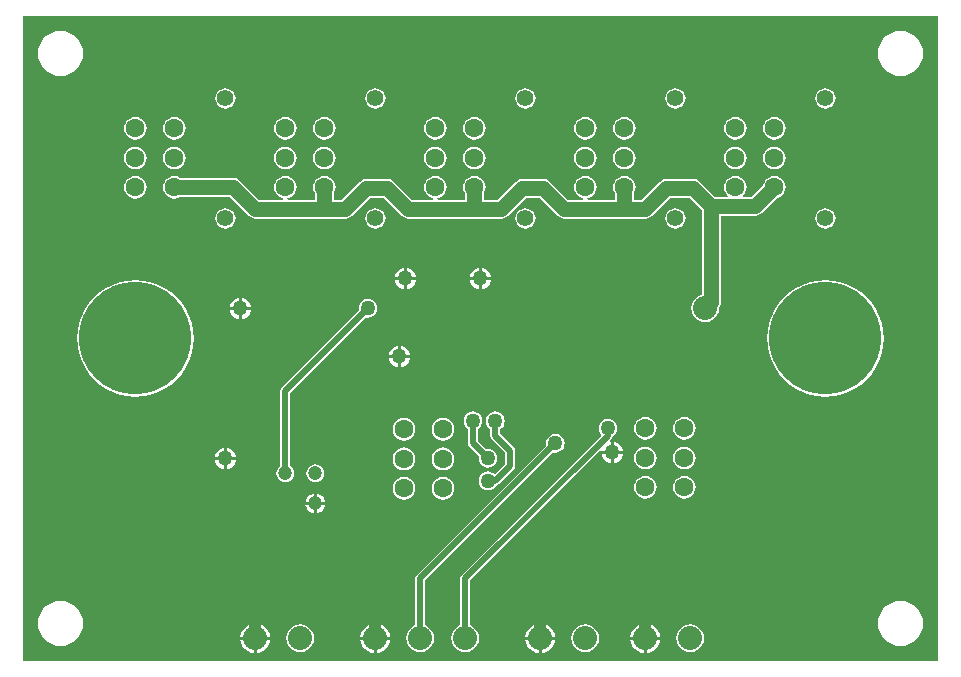
<source format=gbl>
%FSLAX25Y25*%
%MOIN*%
G70*
G01*
G75*
G04 Layer_Physical_Order=2*
G04 Layer_Color=16711680*
%ADD10O,0.06102X0.02362*%
%ADD11R,0.06102X0.02362*%
%ADD12R,0.09843X0.05906*%
%ADD13R,0.27559X0.27559*%
%ADD14R,0.05118X0.02756*%
%ADD15R,0.10630X0.06299*%
%ADD16R,0.02756X0.05118*%
%ADD17C,0.02000*%
%ADD18C,0.05000*%
%ADD19C,0.03000*%
%ADD20C,0.37500*%
%ADD21C,0.08000*%
%ADD22C,0.06299*%
%ADD23C,0.04724*%
%ADD24C,0.05512*%
%ADD25C,0.05000*%
%ADD26R,0.04000X0.08000*%
%ADD27R,0.40000X0.40000*%
G36*
X857500Y142500D02*
X552500D01*
Y357500D01*
X857500D01*
Y142500D01*
D02*
G37*
%LPC*%
G36*
X772992Y204097D02*
X772013Y203968D01*
X771101Y203590D01*
X770318Y202989D01*
X769717Y202206D01*
X769339Y201294D01*
X769210Y200315D01*
X769339Y199336D01*
X769717Y198424D01*
X770318Y197641D01*
X771101Y197040D01*
X772013Y196662D01*
X772992Y196533D01*
X773971Y196662D01*
X774883Y197040D01*
X775666Y197641D01*
X776267Y198424D01*
X776645Y199336D01*
X776774Y200315D01*
X776645Y201294D01*
X776267Y202206D01*
X775666Y202989D01*
X774883Y203590D01*
X773971Y203968D01*
X772992Y204097D01*
D02*
G37*
G36*
X760000D02*
X759021Y203968D01*
X758109Y203590D01*
X757326Y202989D01*
X756725Y202206D01*
X756347Y201294D01*
X756218Y200315D01*
X756347Y199336D01*
X756725Y198424D01*
X757326Y197641D01*
X758109Y197040D01*
X759021Y196662D01*
X760000Y196533D01*
X760979Y196662D01*
X761891Y197040D01*
X762674Y197641D01*
X763275Y198424D01*
X763653Y199336D01*
X763782Y200315D01*
X763653Y201294D01*
X763275Y202206D01*
X762674Y202989D01*
X761891Y203590D01*
X760979Y203968D01*
X760000Y204097D01*
D02*
G37*
G36*
X692500Y203782D02*
X691521Y203653D01*
X690609Y203275D01*
X689826Y202674D01*
X689225Y201891D01*
X688847Y200979D01*
X688718Y200000D01*
X688847Y199021D01*
X689225Y198109D01*
X689826Y197326D01*
X690609Y196725D01*
X691521Y196347D01*
X692500Y196218D01*
X693479Y196347D01*
X694391Y196725D01*
X695174Y197326D01*
X695775Y198109D01*
X696153Y199021D01*
X696282Y200000D01*
X696153Y200979D01*
X695775Y201891D01*
X695174Y202674D01*
X694391Y203275D01*
X693479Y203653D01*
X692500Y203782D01*
D02*
G37*
G36*
X679508Y213625D02*
X678529Y213496D01*
X677617Y213118D01*
X676834Y212517D01*
X676232Y211734D01*
X675855Y210821D01*
X675726Y209843D01*
X675855Y208864D01*
X676232Y207952D01*
X676834Y207168D01*
X677617Y206567D01*
X678529Y206189D01*
X679508Y206061D01*
X680487Y206189D01*
X681399Y206567D01*
X682182Y207168D01*
X682783Y207952D01*
X683161Y208864D01*
X683290Y209843D01*
X683161Y210821D01*
X682783Y211734D01*
X682182Y212517D01*
X681399Y213118D01*
X680487Y213496D01*
X679508Y213625D01*
D02*
G37*
G36*
X710000Y225627D02*
X709191Y225520D01*
X708437Y225208D01*
X707789Y224711D01*
X707292Y224063D01*
X706980Y223309D01*
X706873Y222500D01*
X706980Y221691D01*
X707292Y220937D01*
X707789Y220289D01*
X708369Y219844D01*
Y217500D01*
X708493Y216876D01*
X708847Y216347D01*
X713369Y211824D01*
Y208176D01*
X709892Y204699D01*
X709711Y204711D01*
X709063Y205208D01*
X708309Y205520D01*
X707500Y205627D01*
X706691Y205520D01*
X705937Y205208D01*
X705289Y204711D01*
X704792Y204063D01*
X704480Y203309D01*
X704373Y202500D01*
X704480Y201691D01*
X704792Y200937D01*
X705289Y200289D01*
X705937Y199792D01*
X706691Y199480D01*
X707500Y199373D01*
X708309Y199480D01*
X709063Y199792D01*
X709711Y200289D01*
X710184Y200905D01*
X710624Y200993D01*
X711154Y201346D01*
X716153Y206347D01*
X716507Y206876D01*
X716631Y207500D01*
X716631Y207500D01*
X716631Y207500D01*
Y207500D01*
Y212500D01*
X716507Y213124D01*
X716153Y213653D01*
X711631Y218176D01*
Y219844D01*
X712211Y220289D01*
X712708Y220937D01*
X713020Y221691D01*
X713127Y222500D01*
X713020Y223309D01*
X712708Y224063D01*
X712211Y224711D01*
X711563Y225208D01*
X710809Y225520D01*
X710000Y225627D01*
D02*
G37*
G36*
X650000Y207988D02*
X649227Y207886D01*
X648506Y207588D01*
X647887Y207113D01*
X647412Y206494D01*
X647114Y205773D01*
X647012Y205000D01*
X647114Y204227D01*
X647412Y203506D01*
X647887Y202887D01*
X648506Y202413D01*
X649227Y202114D01*
X650000Y202012D01*
X650773Y202114D01*
X651494Y202413D01*
X652113Y202887D01*
X652588Y203506D01*
X652886Y204227D01*
X652988Y205000D01*
X652886Y205773D01*
X652588Y206494D01*
X652113Y207113D01*
X651494Y207588D01*
X650773Y207886D01*
X650000Y207988D01*
D02*
G37*
G36*
X679508Y203782D02*
X678529Y203653D01*
X677617Y203275D01*
X676834Y202674D01*
X676232Y201891D01*
X675855Y200979D01*
X675726Y200000D01*
X675855Y199021D01*
X676232Y198109D01*
X676834Y197326D01*
X677617Y196725D01*
X678529Y196347D01*
X679508Y196218D01*
X680487Y196347D01*
X681399Y196725D01*
X682182Y197326D01*
X682783Y198109D01*
X683161Y199021D01*
X683290Y200000D01*
X683161Y200979D01*
X682783Y201891D01*
X682182Y202674D01*
X681399Y203275D01*
X680487Y203653D01*
X679508Y203782D01*
D02*
G37*
G36*
X649600Y194600D02*
X646661D01*
X646724Y194122D01*
X647063Y193304D01*
X647602Y192602D01*
X648304Y192063D01*
X649122Y191724D01*
X649600Y191661D01*
Y194600D01*
D02*
G37*
G36*
X820400Y209766D02*
Y190400D01*
X839766D01*
X839623Y192583D01*
X839118Y195123D01*
X838286Y197574D01*
X837141Y199896D01*
X835702Y202049D01*
X833995Y203995D01*
X832049Y205702D01*
X829896Y207141D01*
X827574Y208286D01*
X825123Y209118D01*
X822583Y209623D01*
X820400Y209766D01*
D02*
G37*
G36*
X819600D02*
X817417Y209623D01*
X814877Y209118D01*
X812426Y208286D01*
X810104Y207141D01*
X807951Y205702D01*
X806005Y203995D01*
X804298Y202049D01*
X802859Y199896D01*
X801714Y197574D01*
X800882Y195123D01*
X800377Y192583D01*
X800234Y190400D01*
X819600D01*
Y209766D01*
D02*
G37*
G36*
X650400Y198339D02*
Y195400D01*
X653339D01*
X653276Y195878D01*
X652937Y196696D01*
X652398Y197398D01*
X651696Y197937D01*
X650878Y198276D01*
X650400Y198339D01*
D02*
G37*
G36*
X649600D02*
X649122Y198276D01*
X648304Y197937D01*
X647602Y197398D01*
X647063Y196696D01*
X646724Y195878D01*
X646661Y195400D01*
X649600D01*
Y198339D01*
D02*
G37*
G36*
X653339Y194600D02*
X650400D01*
Y191661D01*
X650878Y191724D01*
X651696Y192063D01*
X652398Y192602D01*
X652937Y193304D01*
X653276Y194122D01*
X653339Y194600D01*
D02*
G37*
G36*
X692500Y213625D02*
X691521Y213496D01*
X690609Y213118D01*
X689826Y212517D01*
X689225Y211734D01*
X688847Y210821D01*
X688718Y209843D01*
X688847Y208864D01*
X689225Y207952D01*
X689826Y207168D01*
X690609Y206567D01*
X691521Y206189D01*
X692500Y206061D01*
X693479Y206189D01*
X694391Y206567D01*
X695174Y207168D01*
X695775Y207952D01*
X696153Y208864D01*
X696282Y209843D01*
X696153Y210821D01*
X695775Y211734D01*
X695174Y212517D01*
X694391Y213118D01*
X693479Y213496D01*
X692500Y213625D01*
D02*
G37*
G36*
X730000Y218127D02*
X729191Y218020D01*
X728437Y217708D01*
X727789Y217211D01*
X727292Y216563D01*
X726980Y215809D01*
X726873Y215000D01*
X726969Y214276D01*
X683847Y171153D01*
X683493Y170624D01*
X683369Y170000D01*
Y154303D01*
X682680Y154018D01*
X681719Y153281D01*
X680982Y152320D01*
X680518Y151201D01*
X680360Y150000D01*
X680518Y148799D01*
X680982Y147680D01*
X681719Y146719D01*
X682680Y145982D01*
X683799Y145518D01*
X685000Y145360D01*
X686201Y145518D01*
X687320Y145982D01*
X688281Y146719D01*
X689018Y147680D01*
X689482Y148799D01*
X689640Y150000D01*
X689482Y151201D01*
X689018Y152320D01*
X688281Y153281D01*
X687320Y154018D01*
X686631Y154303D01*
Y169324D01*
X729276Y211969D01*
X730000Y211873D01*
X730809Y211980D01*
X731563Y212292D01*
X732211Y212789D01*
X732708Y213437D01*
X733020Y214191D01*
X733127Y215000D01*
X733020Y215809D01*
X732708Y216563D01*
X732211Y217211D01*
X731563Y217708D01*
X730809Y218020D01*
X730000Y218127D01*
D02*
G37*
G36*
X620400Y213477D02*
Y210400D01*
X623478D01*
X623410Y210914D01*
X623057Y211765D01*
X622496Y212496D01*
X621765Y213057D01*
X620914Y213410D01*
X620400Y213477D01*
D02*
G37*
G36*
X619600D02*
X619086Y213410D01*
X618235Y213057D01*
X617504Y212496D01*
X616943Y211765D01*
X616590Y210914D01*
X616523Y210400D01*
X619600D01*
Y213477D01*
D02*
G37*
G36*
X679508Y223467D02*
X678529Y223338D01*
X677617Y222960D01*
X676834Y222359D01*
X676232Y221576D01*
X675855Y220664D01*
X675726Y219685D01*
X675855Y218706D01*
X676232Y217794D01*
X676834Y217011D01*
X677617Y216410D01*
X678529Y216032D01*
X679508Y215903D01*
X680487Y216032D01*
X681399Y216410D01*
X682182Y217011D01*
X682783Y217794D01*
X683161Y218706D01*
X683290Y219685D01*
X683161Y220664D01*
X682783Y221576D01*
X682182Y222359D01*
X681399Y222960D01*
X680487Y223338D01*
X679508Y223467D01*
D02*
G37*
G36*
X749400Y215477D02*
Y212400D01*
X752478D01*
X752410Y212914D01*
X752057Y213765D01*
X751496Y214496D01*
X750765Y215057D01*
X749914Y215410D01*
X749400Y215477D01*
D02*
G37*
G36*
X747500Y223127D02*
X746691Y223020D01*
X745937Y222708D01*
X745289Y222211D01*
X744792Y221563D01*
X744480Y220809D01*
X744373Y220000D01*
X744480Y219191D01*
X744792Y218437D01*
X745289Y217789D01*
X745301Y217608D01*
X698846Y171153D01*
X698493Y170624D01*
X698369Y170000D01*
Y154303D01*
X697680Y154018D01*
X696719Y153281D01*
X695982Y152320D01*
X695518Y151201D01*
X695360Y150000D01*
X695518Y148799D01*
X695982Y147680D01*
X696719Y146719D01*
X697680Y145982D01*
X698799Y145518D01*
X700000Y145360D01*
X701201Y145518D01*
X702320Y145982D01*
X703281Y146719D01*
X704018Y147680D01*
X704482Y148799D01*
X704640Y150000D01*
X704482Y151201D01*
X704018Y152320D01*
X703281Y153281D01*
X702320Y154018D01*
X701631Y154303D01*
Y169324D01*
X745096Y212789D01*
X745545Y212568D01*
X745522Y212400D01*
X748600D01*
Y215477D01*
X748432Y215455D01*
X748211Y215904D01*
X748654Y216347D01*
X749007Y216876D01*
X749095Y217316D01*
X749711Y217789D01*
X750208Y218437D01*
X750520Y219191D01*
X750627Y220000D01*
X750520Y220809D01*
X750208Y221563D01*
X749711Y222211D01*
X749063Y222708D01*
X748309Y223020D01*
X747500Y223127D01*
D02*
G37*
G36*
X752478Y211600D02*
X749400D01*
Y208523D01*
X749914Y208590D01*
X750765Y208943D01*
X751496Y209504D01*
X752057Y210235D01*
X752410Y211086D01*
X752478Y211600D01*
D02*
G37*
G36*
X619600Y209600D02*
X616523D01*
X616590Y209086D01*
X616943Y208235D01*
X617504Y207504D01*
X618235Y206943D01*
X619086Y206590D01*
X619600Y206522D01*
Y209600D01*
D02*
G37*
G36*
X772992Y213939D02*
X772013Y213810D01*
X771101Y213433D01*
X770318Y212832D01*
X769717Y212048D01*
X769339Y211136D01*
X769210Y210157D01*
X769339Y209179D01*
X769717Y208266D01*
X770318Y207483D01*
X771101Y206882D01*
X772013Y206504D01*
X772992Y206375D01*
X773971Y206504D01*
X774883Y206882D01*
X775666Y207483D01*
X776267Y208266D01*
X776645Y209179D01*
X776774Y210157D01*
X776645Y211136D01*
X776267Y212048D01*
X775666Y212832D01*
X774883Y213433D01*
X773971Y213810D01*
X772992Y213939D01*
D02*
G37*
G36*
X760000D02*
X759021Y213810D01*
X758109Y213433D01*
X757326Y212832D01*
X756725Y212048D01*
X756347Y211136D01*
X756218Y210157D01*
X756347Y209179D01*
X756725Y208266D01*
X757326Y207483D01*
X758109Y206882D01*
X759021Y206504D01*
X760000Y206375D01*
X760979Y206504D01*
X761891Y206882D01*
X762674Y207483D01*
X763275Y208266D01*
X763653Y209179D01*
X763782Y210157D01*
X763653Y211136D01*
X763275Y212048D01*
X762674Y212832D01*
X761891Y213433D01*
X760979Y213810D01*
X760000Y213939D01*
D02*
G37*
G36*
X748600Y211600D02*
X745522D01*
X745590Y211086D01*
X745943Y210235D01*
X746504Y209504D01*
X747235Y208943D01*
X748086Y208590D01*
X748600Y208523D01*
Y211600D01*
D02*
G37*
G36*
X702500Y225627D02*
X701691Y225520D01*
X700937Y225208D01*
X700289Y224711D01*
X699792Y224063D01*
X699480Y223309D01*
X699373Y222500D01*
X699480Y221691D01*
X699792Y220937D01*
X700289Y220289D01*
X700869Y219844D01*
Y215000D01*
X700993Y214376D01*
X701346Y213846D01*
X704469Y210724D01*
X704373Y210000D01*
X704480Y209191D01*
X704792Y208437D01*
X705289Y207789D01*
X705937Y207292D01*
X706691Y206980D01*
X707500Y206873D01*
X708309Y206980D01*
X709063Y207292D01*
X709711Y207789D01*
X710208Y208437D01*
X710520Y209191D01*
X710627Y210000D01*
X710520Y210809D01*
X710208Y211563D01*
X709711Y212211D01*
X709063Y212708D01*
X708309Y213020D01*
X707500Y213127D01*
X706776Y213031D01*
X704131Y215676D01*
Y219844D01*
X704711Y220289D01*
X705208Y220937D01*
X705520Y221691D01*
X705627Y222500D01*
X705520Y223309D01*
X705208Y224063D01*
X704711Y224711D01*
X704063Y225208D01*
X703309Y225520D01*
X702500Y225627D01*
D02*
G37*
G36*
X623478Y209600D02*
X620400D01*
Y206522D01*
X620914Y206590D01*
X621765Y206943D01*
X622496Y207504D01*
X623057Y208235D01*
X623410Y209086D01*
X623478Y209600D01*
D02*
G37*
G36*
X740000Y154640D02*
X738799Y154482D01*
X737680Y154018D01*
X736719Y153281D01*
X735982Y152320D01*
X735518Y151201D01*
X735360Y150000D01*
X735518Y148799D01*
X735982Y147680D01*
X736719Y146719D01*
X737680Y145982D01*
X738799Y145518D01*
X740000Y145360D01*
X741201Y145518D01*
X742320Y145982D01*
X743281Y146719D01*
X744018Y147680D01*
X744482Y148799D01*
X744640Y150000D01*
X744482Y151201D01*
X744018Y152320D01*
X743281Y153281D01*
X742320Y154018D01*
X741201Y154482D01*
X740000Y154640D01*
D02*
G37*
G36*
X645000D02*
X643799Y154482D01*
X642680Y154018D01*
X641719Y153281D01*
X640982Y152320D01*
X640518Y151201D01*
X640360Y150000D01*
X640518Y148799D01*
X640982Y147680D01*
X641719Y146719D01*
X642680Y145982D01*
X643799Y145518D01*
X645000Y145360D01*
X646201Y145518D01*
X647320Y145982D01*
X648281Y146719D01*
X649018Y147680D01*
X649482Y148799D01*
X649640Y150000D01*
X649482Y151201D01*
X649018Y152320D01*
X648281Y153281D01*
X647320Y154018D01*
X646201Y154482D01*
X645000Y154640D01*
D02*
G37*
G36*
X764991Y149600D02*
X760400D01*
Y145010D01*
X761305Y145129D01*
X762522Y145633D01*
X763566Y146434D01*
X764367Y147478D01*
X764871Y148695D01*
X764991Y149600D01*
D02*
G37*
G36*
X845000Y162526D02*
X843532Y162381D01*
X842120Y161953D01*
X840819Y161258D01*
X839678Y160322D01*
X838742Y159181D01*
X838047Y157880D01*
X837619Y156468D01*
X837474Y155000D01*
X837619Y153532D01*
X838047Y152120D01*
X838742Y150819D01*
X839678Y149678D01*
X840819Y148742D01*
X842120Y148047D01*
X843532Y147619D01*
X845000Y147474D01*
X846468Y147619D01*
X847880Y148047D01*
X849181Y148742D01*
X850322Y149678D01*
X851258Y150819D01*
X851953Y152120D01*
X852381Y153532D01*
X852526Y155000D01*
X852381Y156468D01*
X851953Y157880D01*
X851258Y159181D01*
X850322Y160322D01*
X849181Y161258D01*
X847880Y161953D01*
X846468Y162381D01*
X845000Y162526D01*
D02*
G37*
G36*
X565000D02*
X563532Y162381D01*
X562120Y161953D01*
X560819Y161258D01*
X559678Y160322D01*
X558742Y159181D01*
X558047Y157880D01*
X557619Y156468D01*
X557474Y155000D01*
X557619Y153532D01*
X558047Y152120D01*
X558742Y150819D01*
X559678Y149678D01*
X560819Y148742D01*
X562120Y148047D01*
X563532Y147619D01*
X565000Y147474D01*
X566468Y147619D01*
X567880Y148047D01*
X569181Y148742D01*
X570322Y149678D01*
X571258Y150819D01*
X571953Y152120D01*
X572381Y153532D01*
X572526Y155000D01*
X572381Y156468D01*
X571953Y157880D01*
X571258Y159181D01*
X570322Y160322D01*
X569181Y161258D01*
X567880Y161953D01*
X566468Y162381D01*
X565000Y162526D01*
D02*
G37*
G36*
X775000Y154640D02*
X773799Y154482D01*
X772680Y154018D01*
X771719Y153281D01*
X770982Y152320D01*
X770518Y151201D01*
X770360Y150000D01*
X770518Y148799D01*
X770982Y147680D01*
X771719Y146719D01*
X772680Y145982D01*
X773799Y145518D01*
X775000Y145360D01*
X776201Y145518D01*
X777320Y145982D01*
X778281Y146719D01*
X779018Y147680D01*
X779482Y148799D01*
X779640Y150000D01*
X779482Y151201D01*
X779018Y152320D01*
X778281Y153281D01*
X777320Y154018D01*
X776201Y154482D01*
X775000Y154640D01*
D02*
G37*
G36*
X759600Y149600D02*
X755010D01*
X755129Y148695D01*
X755632Y147478D01*
X756434Y146434D01*
X757478Y145633D01*
X758695Y145129D01*
X759600Y145010D01*
Y149600D01*
D02*
G37*
G36*
X669600D02*
X665009D01*
X665129Y148695D01*
X665632Y147478D01*
X666434Y146434D01*
X667478Y145633D01*
X668695Y145129D01*
X669600Y145010D01*
Y149600D01*
D02*
G37*
G36*
X634991D02*
X630400D01*
Y145010D01*
X631305Y145129D01*
X632522Y145633D01*
X633566Y146434D01*
X634368Y147478D01*
X634871Y148695D01*
X634991Y149600D01*
D02*
G37*
G36*
X629600D02*
X625009D01*
X625129Y148695D01*
X625632Y147478D01*
X626434Y146434D01*
X627478Y145633D01*
X628695Y145129D01*
X629600Y145010D01*
Y149600D01*
D02*
G37*
G36*
X729990D02*
X725400D01*
Y145010D01*
X726305Y145129D01*
X727522Y145633D01*
X728566Y146434D01*
X729367Y147478D01*
X729871Y148695D01*
X729990Y149600D01*
D02*
G37*
G36*
X724600D02*
X720010D01*
X720129Y148695D01*
X720633Y147478D01*
X721434Y146434D01*
X722478Y145633D01*
X723695Y145129D01*
X724600Y145010D01*
Y149600D01*
D02*
G37*
G36*
X674991D02*
X670400D01*
Y145010D01*
X671305Y145129D01*
X672522Y145633D01*
X673566Y146434D01*
X674368Y147478D01*
X674871Y148695D01*
X674991Y149600D01*
D02*
G37*
G36*
X629600Y154990D02*
X628695Y154871D01*
X627478Y154367D01*
X626434Y153566D01*
X625632Y152522D01*
X625129Y151305D01*
X625009Y150400D01*
X629600D01*
Y154990D01*
D02*
G37*
G36*
X819600Y189600D02*
X800234D01*
X800377Y187417D01*
X800882Y184877D01*
X801714Y182426D01*
X802859Y180104D01*
X804298Y177951D01*
X806005Y176005D01*
X807951Y174298D01*
X810104Y172859D01*
X812426Y171714D01*
X814877Y170882D01*
X817417Y170377D01*
X819600Y170234D01*
Y189600D01*
D02*
G37*
G36*
X609766D02*
X590400D01*
Y170234D01*
X592583Y170377D01*
X595123Y170882D01*
X597574Y171714D01*
X599896Y172859D01*
X602049Y174298D01*
X603995Y176005D01*
X605702Y177951D01*
X607141Y180104D01*
X608286Y182426D01*
X609118Y184877D01*
X609623Y187417D01*
X609766Y189600D01*
D02*
G37*
G36*
X589600D02*
X570234D01*
X570377Y187417D01*
X570882Y184877D01*
X571714Y182426D01*
X572859Y180104D01*
X574298Y177951D01*
X576005Y176005D01*
X577951Y174298D01*
X580104Y172859D01*
X582426Y171714D01*
X584877Y170882D01*
X587417Y170377D01*
X589600Y170234D01*
Y189600D01*
D02*
G37*
G36*
X590400Y209766D02*
Y190400D01*
X609766D01*
X609623Y192583D01*
X609118Y195123D01*
X608286Y197574D01*
X607141Y199896D01*
X605702Y202049D01*
X603995Y203995D01*
X602049Y205702D01*
X599896Y207141D01*
X597574Y208286D01*
X595123Y209118D01*
X592583Y209623D01*
X590400Y209766D01*
D02*
G37*
G36*
X589600D02*
X587417Y209623D01*
X584877Y209118D01*
X582426Y208286D01*
X580104Y207141D01*
X577951Y205702D01*
X576005Y203995D01*
X574298Y202049D01*
X572859Y199896D01*
X571714Y197574D01*
X570882Y195123D01*
X570377Y192583D01*
X570234Y190400D01*
X589600D01*
Y209766D01*
D02*
G37*
G36*
X839766Y189600D02*
X820400D01*
Y170234D01*
X822583Y170377D01*
X825123Y170882D01*
X827574Y171714D01*
X829896Y172859D01*
X832049Y174298D01*
X833995Y176005D01*
X835702Y177951D01*
X837141Y180104D01*
X838286Y182426D01*
X839118Y184877D01*
X839623Y187417D01*
X839766Y189600D01*
D02*
G37*
G36*
X760400Y154990D02*
Y150400D01*
X764991D01*
X764871Y151305D01*
X764367Y152522D01*
X763566Y153566D01*
X762522Y154367D01*
X761305Y154871D01*
X760400Y154990D01*
D02*
G37*
G36*
X670400D02*
Y150400D01*
X674991D01*
X674871Y151305D01*
X674368Y152522D01*
X673566Y153566D01*
X672522Y154367D01*
X671305Y154871D01*
X670400Y154990D01*
D02*
G37*
G36*
X669600D02*
X668695Y154871D01*
X667478Y154367D01*
X666434Y153566D01*
X665632Y152522D01*
X665129Y151305D01*
X665009Y150400D01*
X669600D01*
Y154990D01*
D02*
G37*
G36*
X630400D02*
Y150400D01*
X634991D01*
X634871Y151305D01*
X634368Y152522D01*
X633566Y153566D01*
X632522Y154367D01*
X631305Y154871D01*
X630400Y154990D01*
D02*
G37*
G36*
X759600D02*
X758695Y154871D01*
X757478Y154367D01*
X756434Y153566D01*
X755632Y152522D01*
X755129Y151305D01*
X755010Y150400D01*
X759600D01*
Y154990D01*
D02*
G37*
G36*
X725400D02*
Y150400D01*
X729990D01*
X729871Y151305D01*
X729367Y152522D01*
X728566Y153566D01*
X727522Y154367D01*
X726305Y154871D01*
X725400Y154990D01*
D02*
G37*
G36*
X724600D02*
X723695Y154871D01*
X722478Y154367D01*
X721434Y153566D01*
X720633Y152522D01*
X720129Y151305D01*
X720010Y150400D01*
X724600D01*
Y154990D01*
D02*
G37*
G36*
X692500Y223467D02*
X691521Y223338D01*
X690609Y222960D01*
X689826Y222359D01*
X689225Y221576D01*
X688847Y220664D01*
X688718Y219685D01*
X688847Y218706D01*
X689225Y217794D01*
X689826Y217011D01*
X690609Y216410D01*
X691521Y216032D01*
X692500Y215903D01*
X693479Y216032D01*
X694391Y216410D01*
X695174Y217011D01*
X695775Y217794D01*
X696153Y218706D01*
X696282Y219685D01*
X696153Y220664D01*
X695775Y221576D01*
X695174Y222359D01*
X694391Y222960D01*
X693479Y223338D01*
X692500Y223467D01*
D02*
G37*
G36*
X802992Y313939D02*
X802013Y313810D01*
X801101Y313433D01*
X800318Y312832D01*
X799717Y312048D01*
X799339Y311136D01*
X799210Y310157D01*
X799339Y309179D01*
X799717Y308266D01*
X800318Y307483D01*
X801101Y306882D01*
X802013Y306504D01*
X802992Y306375D01*
X803971Y306504D01*
X804883Y306882D01*
X805666Y307483D01*
X806268Y308266D01*
X806645Y309179D01*
X806774Y310157D01*
X806645Y311136D01*
X806268Y312048D01*
X805666Y312832D01*
X804883Y313433D01*
X803971Y313810D01*
X802992Y313939D01*
D02*
G37*
G36*
X790000D02*
X789021Y313810D01*
X788109Y313433D01*
X787326Y312832D01*
X786725Y312048D01*
X786347Y311136D01*
X786218Y310157D01*
X786347Y309179D01*
X786725Y308266D01*
X787326Y307483D01*
X788109Y306882D01*
X789021Y306504D01*
X790000Y306375D01*
X790979Y306504D01*
X791891Y306882D01*
X792674Y307483D01*
X793275Y308266D01*
X793653Y309179D01*
X793782Y310157D01*
X793653Y311136D01*
X793275Y312048D01*
X792674Y312832D01*
X791891Y313433D01*
X790979Y313810D01*
X790000Y313939D01*
D02*
G37*
G36*
X752992D02*
X752013Y313810D01*
X751101Y313433D01*
X750318Y312832D01*
X749717Y312048D01*
X749339Y311136D01*
X749210Y310157D01*
X749339Y309179D01*
X749717Y308266D01*
X750318Y307483D01*
X751101Y306882D01*
X752013Y306504D01*
X752992Y306375D01*
X753971Y306504D01*
X754883Y306882D01*
X755666Y307483D01*
X756267Y308266D01*
X756645Y309179D01*
X756774Y310157D01*
X756645Y311136D01*
X756267Y312048D01*
X755666Y312832D01*
X754883Y313433D01*
X753971Y313810D01*
X752992Y313939D01*
D02*
G37*
G36*
X640000Y323782D02*
X639021Y323653D01*
X638109Y323275D01*
X637326Y322674D01*
X636725Y321891D01*
X636347Y320979D01*
X636218Y320000D01*
X636347Y319021D01*
X636725Y318109D01*
X637326Y317326D01*
X638109Y316725D01*
X639021Y316347D01*
X640000Y316218D01*
X640979Y316347D01*
X641891Y316725D01*
X642674Y317326D01*
X643275Y318109D01*
X643653Y319021D01*
X643782Y320000D01*
X643653Y320979D01*
X643275Y321891D01*
X642674Y322674D01*
X641891Y323275D01*
X640979Y323653D01*
X640000Y323782D01*
D02*
G37*
G36*
X602992D02*
X602013Y323653D01*
X601101Y323275D01*
X600318Y322674D01*
X599717Y321891D01*
X599339Y320979D01*
X599210Y320000D01*
X599339Y319021D01*
X599717Y318109D01*
X600318Y317326D01*
X601101Y316725D01*
X602013Y316347D01*
X602992Y316218D01*
X603971Y316347D01*
X604883Y316725D01*
X605666Y317326D01*
X606267Y318109D01*
X606645Y319021D01*
X606774Y320000D01*
X606645Y320979D01*
X606267Y321891D01*
X605666Y322674D01*
X604883Y323275D01*
X603971Y323653D01*
X602992Y323782D01*
D02*
G37*
G36*
X590000D02*
X589021Y323653D01*
X588109Y323275D01*
X587326Y322674D01*
X586725Y321891D01*
X586347Y320979D01*
X586218Y320000D01*
X586347Y319021D01*
X586725Y318109D01*
X587326Y317326D01*
X588109Y316725D01*
X589021Y316347D01*
X590000Y316218D01*
X590979Y316347D01*
X591891Y316725D01*
X592674Y317326D01*
X593275Y318109D01*
X593653Y319021D01*
X593782Y320000D01*
X593653Y320979D01*
X593275Y321891D01*
X592674Y322674D01*
X591891Y323275D01*
X590979Y323653D01*
X590000Y323782D01*
D02*
G37*
G36*
X740000Y313939D02*
X739021Y313810D01*
X738109Y313433D01*
X737326Y312832D01*
X736725Y312048D01*
X736347Y311136D01*
X736218Y310157D01*
X736347Y309179D01*
X736725Y308266D01*
X737326Y307483D01*
X738109Y306882D01*
X739021Y306504D01*
X740000Y306375D01*
X740979Y306504D01*
X741891Y306882D01*
X742674Y307483D01*
X743275Y308266D01*
X743653Y309179D01*
X743782Y310157D01*
X743653Y311136D01*
X743275Y312048D01*
X742674Y312832D01*
X741891Y313433D01*
X740979Y313810D01*
X740000Y313939D01*
D02*
G37*
G36*
X640000D02*
X639021Y313810D01*
X638109Y313433D01*
X637326Y312832D01*
X636725Y312048D01*
X636347Y311136D01*
X636218Y310157D01*
X636347Y309179D01*
X636725Y308266D01*
X637326Y307483D01*
X638109Y306882D01*
X639021Y306504D01*
X640000Y306375D01*
X640979Y306504D01*
X641891Y306882D01*
X642674Y307483D01*
X643275Y308266D01*
X643653Y309179D01*
X643782Y310157D01*
X643653Y311136D01*
X643275Y312048D01*
X642674Y312832D01*
X641891Y313433D01*
X640979Y313810D01*
X640000Y313939D01*
D02*
G37*
G36*
X602992D02*
X602013Y313810D01*
X601101Y313433D01*
X600318Y312832D01*
X599717Y312048D01*
X599339Y311136D01*
X599210Y310157D01*
X599339Y309179D01*
X599717Y308266D01*
X600318Y307483D01*
X601101Y306882D01*
X602013Y306504D01*
X602992Y306375D01*
X603971Y306504D01*
X604883Y306882D01*
X605666Y307483D01*
X606267Y308266D01*
X606645Y309179D01*
X606774Y310157D01*
X606645Y311136D01*
X606267Y312048D01*
X605666Y312832D01*
X604883Y313433D01*
X603971Y313810D01*
X602992Y313939D01*
D02*
G37*
G36*
X590000D02*
X589021Y313810D01*
X588109Y313433D01*
X587326Y312832D01*
X586725Y312048D01*
X586347Y311136D01*
X586218Y310157D01*
X586347Y309179D01*
X586725Y308266D01*
X587326Y307483D01*
X588109Y306882D01*
X589021Y306504D01*
X590000Y306375D01*
X590979Y306504D01*
X591891Y306882D01*
X592674Y307483D01*
X593275Y308266D01*
X593653Y309179D01*
X593782Y310157D01*
X593653Y311136D01*
X593275Y312048D01*
X592674Y312832D01*
X591891Y313433D01*
X590979Y313810D01*
X590000Y313939D01*
D02*
G37*
G36*
X702992D02*
X702013Y313810D01*
X701101Y313433D01*
X700318Y312832D01*
X699717Y312048D01*
X699339Y311136D01*
X699210Y310157D01*
X699339Y309179D01*
X699717Y308266D01*
X700318Y307483D01*
X701101Y306882D01*
X702013Y306504D01*
X702992Y306375D01*
X703971Y306504D01*
X704883Y306882D01*
X705666Y307483D01*
X706267Y308266D01*
X706645Y309179D01*
X706774Y310157D01*
X706645Y311136D01*
X706267Y312048D01*
X705666Y312832D01*
X704883Y313433D01*
X703971Y313810D01*
X702992Y313939D01*
D02*
G37*
G36*
X690000D02*
X689021Y313810D01*
X688109Y313433D01*
X687326Y312832D01*
X686725Y312048D01*
X686347Y311136D01*
X686218Y310157D01*
X686347Y309179D01*
X686725Y308266D01*
X687326Y307483D01*
X688109Y306882D01*
X689021Y306504D01*
X690000Y306375D01*
X690979Y306504D01*
X691891Y306882D01*
X692674Y307483D01*
X693275Y308266D01*
X693653Y309179D01*
X693782Y310157D01*
X693653Y311136D01*
X693275Y312048D01*
X692674Y312832D01*
X691891Y313433D01*
X690979Y313810D01*
X690000Y313939D01*
D02*
G37*
G36*
X652992D02*
X652013Y313810D01*
X651101Y313433D01*
X650318Y312832D01*
X649717Y312048D01*
X649339Y311136D01*
X649210Y310157D01*
X649339Y309179D01*
X649717Y308266D01*
X650318Y307483D01*
X651101Y306882D01*
X652013Y306504D01*
X652992Y306375D01*
X653971Y306504D01*
X654883Y306882D01*
X655666Y307483D01*
X656267Y308266D01*
X656645Y309179D01*
X656774Y310157D01*
X656645Y311136D01*
X656267Y312048D01*
X655666Y312832D01*
X654883Y313433D01*
X653971Y313810D01*
X652992Y313939D01*
D02*
G37*
G36*
Y323782D02*
X652013Y323653D01*
X651101Y323275D01*
X650318Y322674D01*
X649717Y321891D01*
X649339Y320979D01*
X649210Y320000D01*
X649339Y319021D01*
X649717Y318109D01*
X650318Y317326D01*
X651101Y316725D01*
X652013Y316347D01*
X652992Y316218D01*
X653971Y316347D01*
X654883Y316725D01*
X655666Y317326D01*
X656267Y318109D01*
X656645Y319021D01*
X656774Y320000D01*
X656645Y320979D01*
X656267Y321891D01*
X655666Y322674D01*
X654883Y323275D01*
X653971Y323653D01*
X652992Y323782D01*
D02*
G37*
G36*
X770000Y333385D02*
X769124Y333270D01*
X768308Y332931D01*
X767606Y332394D01*
X767069Y331692D01*
X766730Y330876D01*
X766615Y330000D01*
X766730Y329124D01*
X767069Y328308D01*
X767606Y327607D01*
X768308Y327069D01*
X769124Y326730D01*
X770000Y326615D01*
X770876Y326730D01*
X771692Y327069D01*
X772394Y327607D01*
X772931Y328308D01*
X773270Y329124D01*
X773385Y330000D01*
X773270Y330876D01*
X772931Y331692D01*
X772394Y332394D01*
X771692Y332931D01*
X770876Y333270D01*
X770000Y333385D01*
D02*
G37*
G36*
X720000D02*
X719124Y333270D01*
X718308Y332931D01*
X717606Y332394D01*
X717069Y331692D01*
X716730Y330876D01*
X716615Y330000D01*
X716730Y329124D01*
X717069Y328308D01*
X717606Y327607D01*
X718308Y327069D01*
X719124Y326730D01*
X720000Y326615D01*
X720876Y326730D01*
X721692Y327069D01*
X722394Y327607D01*
X722931Y328308D01*
X723270Y329124D01*
X723385Y330000D01*
X723270Y330876D01*
X722931Y331692D01*
X722394Y332394D01*
X721692Y332931D01*
X720876Y333270D01*
X720000Y333385D01*
D02*
G37*
G36*
X670000D02*
X669124Y333270D01*
X668308Y332931D01*
X667606Y332394D01*
X667069Y331692D01*
X666730Y330876D01*
X666615Y330000D01*
X666730Y329124D01*
X667069Y328308D01*
X667606Y327607D01*
X668308Y327069D01*
X669124Y326730D01*
X670000Y326615D01*
X670876Y326730D01*
X671692Y327069D01*
X672394Y327607D01*
X672931Y328308D01*
X673270Y329124D01*
X673385Y330000D01*
X673270Y330876D01*
X672931Y331692D01*
X672394Y332394D01*
X671692Y332931D01*
X670876Y333270D01*
X670000Y333385D01*
D02*
G37*
G36*
X845000Y352526D02*
X843532Y352381D01*
X842120Y351953D01*
X840819Y351258D01*
X839678Y350322D01*
X838742Y349181D01*
X838047Y347880D01*
X837619Y346468D01*
X837474Y345000D01*
X837619Y343532D01*
X838047Y342120D01*
X838742Y340819D01*
X839678Y339678D01*
X840819Y338742D01*
X842120Y338047D01*
X843532Y337619D01*
X845000Y337474D01*
X846468Y337619D01*
X847880Y338047D01*
X849181Y338742D01*
X850322Y339678D01*
X851258Y340819D01*
X851953Y342120D01*
X852381Y343532D01*
X852526Y345000D01*
X852381Y346468D01*
X851953Y347880D01*
X851258Y349181D01*
X850322Y350322D01*
X849181Y351258D01*
X847880Y351953D01*
X846468Y352381D01*
X845000Y352526D01*
D02*
G37*
G36*
X565000D02*
X563532Y352381D01*
X562120Y351953D01*
X560819Y351258D01*
X559678Y350322D01*
X558742Y349181D01*
X558047Y347880D01*
X557619Y346468D01*
X557474Y345000D01*
X557619Y343532D01*
X558047Y342120D01*
X558742Y340819D01*
X559678Y339678D01*
X560819Y338742D01*
X562120Y338047D01*
X563532Y337619D01*
X565000Y337474D01*
X566468Y337619D01*
X567880Y338047D01*
X569181Y338742D01*
X570322Y339678D01*
X571258Y340819D01*
X571953Y342120D01*
X572381Y343532D01*
X572526Y345000D01*
X572381Y346468D01*
X571953Y347880D01*
X571258Y349181D01*
X570322Y350322D01*
X569181Y351258D01*
X567880Y351953D01*
X566468Y352381D01*
X565000Y352526D01*
D02*
G37*
G36*
X820000Y333385D02*
X819124Y333270D01*
X818308Y332931D01*
X817607Y332394D01*
X817069Y331692D01*
X816730Y330876D01*
X816615Y330000D01*
X816730Y329124D01*
X817069Y328308D01*
X817607Y327607D01*
X818308Y327069D01*
X819124Y326730D01*
X820000Y326615D01*
X820876Y326730D01*
X821692Y327069D01*
X822394Y327607D01*
X822931Y328308D01*
X823269Y329124D01*
X823385Y330000D01*
X823269Y330876D01*
X822931Y331692D01*
X822394Y332394D01*
X821692Y332931D01*
X820876Y333270D01*
X820000Y333385D01*
D02*
G37*
G36*
X620000D02*
X619124Y333270D01*
X618308Y332931D01*
X617606Y332394D01*
X617069Y331692D01*
X616730Y330876D01*
X616615Y330000D01*
X616730Y329124D01*
X617069Y328308D01*
X617606Y327607D01*
X618308Y327069D01*
X619124Y326730D01*
X620000Y326615D01*
X620876Y326730D01*
X621692Y327069D01*
X622394Y327607D01*
X622931Y328308D01*
X623270Y329124D01*
X623385Y330000D01*
X623270Y330876D01*
X622931Y331692D01*
X622394Y332394D01*
X621692Y332931D01*
X620876Y333270D01*
X620000Y333385D01*
D02*
G37*
G36*
X740000Y323782D02*
X739021Y323653D01*
X738109Y323275D01*
X737326Y322674D01*
X736725Y321891D01*
X736347Y320979D01*
X736218Y320000D01*
X736347Y319021D01*
X736725Y318109D01*
X737326Y317326D01*
X738109Y316725D01*
X739021Y316347D01*
X740000Y316218D01*
X740979Y316347D01*
X741891Y316725D01*
X742674Y317326D01*
X743275Y318109D01*
X743653Y319021D01*
X743782Y320000D01*
X743653Y320979D01*
X743275Y321891D01*
X742674Y322674D01*
X741891Y323275D01*
X740979Y323653D01*
X740000Y323782D01*
D02*
G37*
G36*
X702992D02*
X702013Y323653D01*
X701101Y323275D01*
X700318Y322674D01*
X699717Y321891D01*
X699339Y320979D01*
X699210Y320000D01*
X699339Y319021D01*
X699717Y318109D01*
X700318Y317326D01*
X701101Y316725D01*
X702013Y316347D01*
X702992Y316218D01*
X703971Y316347D01*
X704883Y316725D01*
X705666Y317326D01*
X706267Y318109D01*
X706645Y319021D01*
X706774Y320000D01*
X706645Y320979D01*
X706267Y321891D01*
X705666Y322674D01*
X704883Y323275D01*
X703971Y323653D01*
X702992Y323782D01*
D02*
G37*
G36*
X690000D02*
X689021Y323653D01*
X688109Y323275D01*
X687326Y322674D01*
X686725Y321891D01*
X686347Y320979D01*
X686218Y320000D01*
X686347Y319021D01*
X686725Y318109D01*
X687326Y317326D01*
X688109Y316725D01*
X689021Y316347D01*
X690000Y316218D01*
X690979Y316347D01*
X691891Y316725D01*
X692674Y317326D01*
X693275Y318109D01*
X693653Y319021D01*
X693782Y320000D01*
X693653Y320979D01*
X693275Y321891D01*
X692674Y322674D01*
X691891Y323275D01*
X690979Y323653D01*
X690000Y323782D01*
D02*
G37*
G36*
X802992D02*
X802013Y323653D01*
X801101Y323275D01*
X800318Y322674D01*
X799717Y321891D01*
X799339Y320979D01*
X799210Y320000D01*
X799339Y319021D01*
X799717Y318109D01*
X800318Y317326D01*
X801101Y316725D01*
X802013Y316347D01*
X802992Y316218D01*
X803971Y316347D01*
X804883Y316725D01*
X805666Y317326D01*
X806268Y318109D01*
X806645Y319021D01*
X806774Y320000D01*
X806645Y320979D01*
X806268Y321891D01*
X805666Y322674D01*
X804883Y323275D01*
X803971Y323653D01*
X802992Y323782D01*
D02*
G37*
G36*
X790000D02*
X789021Y323653D01*
X788109Y323275D01*
X787326Y322674D01*
X786725Y321891D01*
X786347Y320979D01*
X786218Y320000D01*
X786347Y319021D01*
X786725Y318109D01*
X787326Y317326D01*
X788109Y316725D01*
X789021Y316347D01*
X790000Y316218D01*
X790979Y316347D01*
X791891Y316725D01*
X792674Y317326D01*
X793275Y318109D01*
X793653Y319021D01*
X793782Y320000D01*
X793653Y320979D01*
X793275Y321891D01*
X792674Y322674D01*
X791891Y323275D01*
X790979Y323653D01*
X790000Y323782D01*
D02*
G37*
G36*
X752992D02*
X752013Y323653D01*
X751101Y323275D01*
X750318Y322674D01*
X749717Y321891D01*
X749339Y320979D01*
X749210Y320000D01*
X749339Y319021D01*
X749717Y318109D01*
X750318Y317326D01*
X751101Y316725D01*
X752013Y316347D01*
X752992Y316218D01*
X753971Y316347D01*
X754883Y316725D01*
X755666Y317326D01*
X756267Y318109D01*
X756645Y319021D01*
X756774Y320000D01*
X756645Y320979D01*
X756267Y321891D01*
X755666Y322674D01*
X754883Y323275D01*
X753971Y323653D01*
X752992Y323782D01*
D02*
G37*
G36*
X802992Y304097D02*
X802013Y303968D01*
X801101Y303590D01*
X800318Y302989D01*
X799717Y302206D01*
X799339Y301294D01*
X799307Y301052D01*
X795382Y297127D01*
X792782D01*
X792621Y297600D01*
X792674Y297641D01*
X793275Y298424D01*
X793653Y299336D01*
X793782Y300315D01*
X793653Y301294D01*
X793275Y302206D01*
X792674Y302989D01*
X791891Y303590D01*
X790979Y303968D01*
X790000Y304097D01*
X789021Y303968D01*
X788109Y303590D01*
X787326Y302989D01*
X786725Y302206D01*
X786347Y301294D01*
X786218Y300315D01*
X786347Y299336D01*
X786725Y298424D01*
X787326Y297641D01*
X787379Y297600D01*
X787218Y297127D01*
X783295D01*
X778211Y302211D01*
X777563Y302708D01*
X776809Y303020D01*
X776000Y303127D01*
X776000Y303127D01*
X767000D01*
X766191Y303020D01*
X765437Y302708D01*
X764789Y302211D01*
X764789Y302211D01*
X758705Y296127D01*
X756119D01*
Y298231D01*
X756267Y298424D01*
X756645Y299336D01*
X756774Y300315D01*
X756645Y301294D01*
X756267Y302206D01*
X755666Y302989D01*
X754883Y303590D01*
X753971Y303968D01*
X752992Y304097D01*
X752013Y303968D01*
X751101Y303590D01*
X750318Y302989D01*
X749717Y302206D01*
X749339Y301294D01*
X749210Y300315D01*
X749339Y299336D01*
X749717Y298424D01*
X749865Y298231D01*
Y296127D01*
X740736D01*
X740704Y296626D01*
X740979Y296662D01*
X741891Y297040D01*
X742674Y297641D01*
X743275Y298424D01*
X743653Y299336D01*
X743782Y300315D01*
X743653Y301294D01*
X743275Y302206D01*
X742674Y302989D01*
X741891Y303590D01*
X740979Y303968D01*
X740000Y304097D01*
X739021Y303968D01*
X738109Y303590D01*
X737326Y302989D01*
X736725Y302206D01*
X736347Y301294D01*
X736218Y300315D01*
X736347Y299336D01*
X736725Y298424D01*
X737326Y297641D01*
X738109Y297040D01*
X739021Y296662D01*
X739296Y296626D01*
X739264Y296127D01*
X734295D01*
X728211Y302211D01*
X727563Y302708D01*
X726809Y303020D01*
X726000Y303127D01*
X726000Y303127D01*
X719000D01*
X718191Y303020D01*
X717437Y302708D01*
X716789Y302211D01*
X716789Y302211D01*
X710705Y296127D01*
X706119D01*
Y298231D01*
X706267Y298424D01*
X706645Y299336D01*
X706774Y300315D01*
X706645Y301294D01*
X706267Y302206D01*
X705666Y302989D01*
X704883Y303590D01*
X703971Y303968D01*
X702992Y304097D01*
X702013Y303968D01*
X701101Y303590D01*
X700318Y302989D01*
X699717Y302206D01*
X699339Y301294D01*
X699210Y300315D01*
X699339Y299336D01*
X699717Y298424D01*
X699865Y298231D01*
Y296127D01*
X690736D01*
X690704Y296626D01*
X690979Y296662D01*
X691891Y297040D01*
X692674Y297641D01*
X693275Y298424D01*
X693653Y299336D01*
X693782Y300315D01*
X693653Y301294D01*
X693275Y302206D01*
X692674Y302989D01*
X691891Y303590D01*
X690979Y303968D01*
X690000Y304097D01*
X689021Y303968D01*
X688109Y303590D01*
X687326Y302989D01*
X686725Y302206D01*
X686347Y301294D01*
X686218Y300315D01*
X686347Y299336D01*
X686725Y298424D01*
X687326Y297641D01*
X688109Y297040D01*
X689021Y296662D01*
X689296Y296626D01*
X689264Y296127D01*
X682295D01*
X676211Y302211D01*
X675563Y302708D01*
X674809Y303020D01*
X674000Y303127D01*
X674000Y303127D01*
X667000D01*
X666191Y303020D01*
X665437Y302708D01*
X664789Y302211D01*
X664789Y302211D01*
X658705Y296127D01*
X656119D01*
Y298231D01*
X656267Y298424D01*
X656645Y299336D01*
X656774Y300315D01*
X656645Y301294D01*
X656267Y302206D01*
X655666Y302989D01*
X654883Y303590D01*
X653971Y303968D01*
X652992Y304097D01*
X652013Y303968D01*
X651101Y303590D01*
X650318Y302989D01*
X649717Y302206D01*
X649339Y301294D01*
X649210Y300315D01*
X649339Y299336D01*
X649717Y298424D01*
X649865Y298231D01*
Y296127D01*
X640736D01*
X640704Y296626D01*
X640979Y296662D01*
X641891Y297040D01*
X642674Y297641D01*
X643275Y298424D01*
X643653Y299336D01*
X643782Y300315D01*
X643653Y301294D01*
X643275Y302206D01*
X642674Y302989D01*
X641891Y303590D01*
X640979Y303968D01*
X640000Y304097D01*
X639021Y303968D01*
X638109Y303590D01*
X637326Y302989D01*
X636725Y302206D01*
X636347Y301294D01*
X636218Y300315D01*
X636347Y299336D01*
X636725Y298424D01*
X637326Y297641D01*
X638109Y297040D01*
X639021Y296662D01*
X639296Y296626D01*
X639264Y296127D01*
X631295D01*
X624896Y302526D01*
X624248Y303023D01*
X623494Y303335D01*
X622685Y303442D01*
X622685Y303442D01*
X605077D01*
X604883Y303590D01*
X603971Y303968D01*
X602992Y304097D01*
X602013Y303968D01*
X601101Y303590D01*
X600318Y302989D01*
X599717Y302206D01*
X599339Y301294D01*
X599210Y300315D01*
X599339Y299336D01*
X599717Y298424D01*
X600318Y297641D01*
X601101Y297040D01*
X602013Y296662D01*
X602992Y296533D01*
X603971Y296662D01*
X604883Y297040D01*
X605077Y297188D01*
X621390D01*
X627789Y290789D01*
X627789Y290789D01*
X628437Y290292D01*
X629191Y289980D01*
X630000Y289873D01*
X660000D01*
X660000Y289873D01*
X660809Y289980D01*
X661563Y290292D01*
X662211Y290789D01*
X668295Y296873D01*
X672705D01*
X678789Y290789D01*
X678789Y290789D01*
X679437Y290292D01*
X680191Y289980D01*
X681000Y289873D01*
X712000D01*
X712000Y289873D01*
X712809Y289980D01*
X713563Y290292D01*
X714211Y290789D01*
X720295Y296873D01*
X724705D01*
X730789Y290789D01*
X730789Y290789D01*
X731437Y290292D01*
X732191Y289980D01*
X733000Y289873D01*
X760000D01*
X760000Y289873D01*
X760809Y289980D01*
X761563Y290292D01*
X762211Y290789D01*
X768295Y296873D01*
X774705D01*
X778873Y292705D01*
Y264491D01*
X778799Y264482D01*
X777680Y264018D01*
X776719Y263281D01*
X775982Y262320D01*
X775518Y261201D01*
X775360Y260000D01*
X775518Y258799D01*
X775982Y257680D01*
X776719Y256719D01*
X777680Y255982D01*
X778799Y255518D01*
X780000Y255360D01*
X781201Y255518D01*
X782320Y255982D01*
X783281Y256719D01*
X784018Y257680D01*
X784482Y258799D01*
X784640Y260000D01*
X784601Y260297D01*
X784708Y260437D01*
X784864Y260814D01*
X785020Y261191D01*
X785074Y261595D01*
X785127Y262000D01*
X785127Y262000D01*
Y290873D01*
X796677D01*
X796677Y290873D01*
X797486Y290980D01*
X798241Y291292D01*
X798888Y291789D01*
X803729Y296630D01*
X803971Y296662D01*
X804883Y297040D01*
X805666Y297641D01*
X806268Y298424D01*
X806645Y299336D01*
X806774Y300315D01*
X806645Y301294D01*
X806268Y302206D01*
X805666Y302989D01*
X804883Y303590D01*
X803971Y303968D01*
X802992Y304097D01*
D02*
G37*
G36*
X628477Y259600D02*
X625400D01*
Y256522D01*
X625914Y256590D01*
X626765Y256943D01*
X627496Y257504D01*
X628057Y258235D01*
X628410Y259086D01*
X628477Y259600D01*
D02*
G37*
G36*
X624600D02*
X621523D01*
X621590Y259086D01*
X621943Y258235D01*
X622504Y257504D01*
X623235Y256943D01*
X624086Y256590D01*
X624600Y256522D01*
Y259600D01*
D02*
G37*
G36*
X678400Y247478D02*
Y244400D01*
X681477D01*
X681410Y244914D01*
X681057Y245765D01*
X680496Y246496D01*
X679765Y247057D01*
X678914Y247410D01*
X678400Y247478D01*
D02*
G37*
G36*
X625400Y263477D02*
Y260400D01*
X628477D01*
X628410Y260914D01*
X628057Y261765D01*
X627496Y262496D01*
X626765Y263057D01*
X625914Y263410D01*
X625400Y263477D01*
D02*
G37*
G36*
X624600D02*
X624086Y263410D01*
X623235Y263057D01*
X622504Y262496D01*
X621943Y261765D01*
X621590Y260914D01*
X621523Y260400D01*
X624600D01*
Y263477D01*
D02*
G37*
G36*
X667500Y263127D02*
X666691Y263020D01*
X665937Y262708D01*
X665289Y262211D01*
X664792Y261563D01*
X664480Y260809D01*
X664373Y260000D01*
X664469Y259276D01*
X638846Y233653D01*
X638493Y233124D01*
X638369Y232500D01*
Y207482D01*
X637887Y207113D01*
X637413Y206494D01*
X637114Y205773D01*
X637012Y205000D01*
X637114Y204227D01*
X637413Y203506D01*
X637887Y202887D01*
X638506Y202413D01*
X639227Y202114D01*
X640000Y202012D01*
X640773Y202114D01*
X641494Y202413D01*
X642113Y202887D01*
X642588Y203506D01*
X642886Y204227D01*
X642988Y205000D01*
X642886Y205773D01*
X642588Y206494D01*
X642113Y207113D01*
X641631Y207482D01*
Y231824D01*
X666776Y256969D01*
X667500Y256873D01*
X668309Y256980D01*
X669063Y257292D01*
X669711Y257789D01*
X670208Y258437D01*
X670520Y259191D01*
X670627Y260000D01*
X670520Y260809D01*
X670208Y261563D01*
X669711Y262211D01*
X669063Y262708D01*
X668309Y263020D01*
X667500Y263127D01*
D02*
G37*
G36*
X677600Y247478D02*
X677086Y247410D01*
X676235Y247057D01*
X675504Y246496D01*
X674943Y245765D01*
X674590Y244914D01*
X674522Y244400D01*
X677600D01*
Y247478D01*
D02*
G37*
G36*
X590000Y269391D02*
X587469Y269226D01*
X584981Y268731D01*
X582579Y267915D01*
X580304Y266794D01*
X578195Y265384D01*
X576288Y263712D01*
X574616Y261805D01*
X573207Y259696D01*
X572085Y257421D01*
X571269Y255019D01*
X570774Y252531D01*
X570609Y250000D01*
X570774Y247469D01*
X571269Y244981D01*
X572085Y242579D01*
X573207Y240304D01*
X574616Y238195D01*
X576288Y236288D01*
X578195Y234616D01*
X580304Y233206D01*
X582579Y232085D01*
X584981Y231269D01*
X587469Y230774D01*
X590000Y230609D01*
X592531Y230774D01*
X595019Y231269D01*
X597421Y232085D01*
X599696Y233206D01*
X601805Y234616D01*
X603712Y236288D01*
X605384Y238195D01*
X606793Y240304D01*
X607915Y242579D01*
X608731Y244981D01*
X609226Y247469D01*
X609391Y250000D01*
X609226Y252531D01*
X608731Y255019D01*
X607915Y257421D01*
X606793Y259696D01*
X605384Y261805D01*
X603712Y263712D01*
X601805Y265384D01*
X599696Y266794D01*
X597421Y267915D01*
X595019Y268731D01*
X592531Y269226D01*
X590000Y269391D01*
D02*
G37*
G36*
X772992Y223782D02*
X772013Y223653D01*
X771101Y223275D01*
X770318Y222674D01*
X769717Y221891D01*
X769339Y220979D01*
X769210Y220000D01*
X769339Y219021D01*
X769717Y218109D01*
X770318Y217326D01*
X771101Y216725D01*
X772013Y216347D01*
X772992Y216218D01*
X773971Y216347D01*
X774883Y216725D01*
X775666Y217326D01*
X776267Y218109D01*
X776645Y219021D01*
X776774Y220000D01*
X776645Y220979D01*
X776267Y221891D01*
X775666Y222674D01*
X774883Y223275D01*
X773971Y223653D01*
X772992Y223782D01*
D02*
G37*
G36*
X760000D02*
X759021Y223653D01*
X758109Y223275D01*
X757326Y222674D01*
X756725Y221891D01*
X756347Y220979D01*
X756218Y220000D01*
X756347Y219021D01*
X756725Y218109D01*
X757326Y217326D01*
X758109Y216725D01*
X759021Y216347D01*
X760000Y216218D01*
X760979Y216347D01*
X761891Y216725D01*
X762674Y217326D01*
X763275Y218109D01*
X763653Y219021D01*
X763782Y220000D01*
X763653Y220979D01*
X763275Y221891D01*
X762674Y222674D01*
X761891Y223275D01*
X760979Y223653D01*
X760000Y223782D01*
D02*
G37*
G36*
X681477Y243600D02*
X678400D01*
Y240523D01*
X678914Y240590D01*
X679765Y240943D01*
X680496Y241504D01*
X681057Y242235D01*
X681410Y243086D01*
X681477Y243600D01*
D02*
G37*
G36*
X677600D02*
X674522D01*
X674590Y243086D01*
X674943Y242235D01*
X675504Y241504D01*
X676235Y240943D01*
X677086Y240590D01*
X677600Y240523D01*
Y243600D01*
D02*
G37*
G36*
X820000Y269391D02*
X817469Y269226D01*
X814981Y268731D01*
X812579Y267915D01*
X810304Y266794D01*
X808195Y265384D01*
X806288Y263712D01*
X804616Y261805D01*
X803207Y259696D01*
X802085Y257421D01*
X801269Y255019D01*
X800774Y252531D01*
X800609Y250000D01*
X800774Y247469D01*
X801269Y244981D01*
X802085Y242579D01*
X803207Y240304D01*
X804616Y238195D01*
X806288Y236288D01*
X808195Y234616D01*
X810304Y233206D01*
X812579Y232085D01*
X814981Y231269D01*
X817469Y230774D01*
X820000Y230609D01*
X822531Y230774D01*
X825019Y231269D01*
X827421Y232085D01*
X829696Y233206D01*
X831805Y234616D01*
X833712Y236288D01*
X835384Y238195D01*
X836794Y240304D01*
X837915Y242579D01*
X838731Y244981D01*
X839226Y247469D01*
X839392Y250000D01*
X839226Y252531D01*
X838731Y255019D01*
X837915Y257421D01*
X836794Y259696D01*
X835384Y261805D01*
X833712Y263712D01*
X831805Y265384D01*
X829696Y266794D01*
X827421Y267915D01*
X825019Y268731D01*
X822531Y269226D01*
X820000Y269391D01*
D02*
G37*
G36*
X679600Y269600D02*
X676522D01*
X676590Y269086D01*
X676943Y268235D01*
X677504Y267504D01*
X678235Y266943D01*
X679086Y266590D01*
X679600Y266523D01*
Y269600D01*
D02*
G37*
G36*
X720000Y293385D02*
X719124Y293269D01*
X718308Y292931D01*
X717606Y292393D01*
X717069Y291692D01*
X716730Y290876D01*
X716615Y290000D01*
X716730Y289124D01*
X717069Y288308D01*
X717606Y287607D01*
X718308Y287069D01*
X719124Y286731D01*
X720000Y286615D01*
X720876Y286731D01*
X721692Y287069D01*
X722394Y287607D01*
X722931Y288308D01*
X723270Y289124D01*
X723385Y290000D01*
X723270Y290876D01*
X722931Y291692D01*
X722394Y292393D01*
X721692Y292931D01*
X720876Y293269D01*
X720000Y293385D01*
D02*
G37*
G36*
X670000D02*
X669124Y293269D01*
X668308Y292931D01*
X667606Y292393D01*
X667069Y291692D01*
X666730Y290876D01*
X666615Y290000D01*
X666730Y289124D01*
X667069Y288308D01*
X667606Y287607D01*
X668308Y287069D01*
X669124Y286731D01*
X670000Y286615D01*
X670876Y286731D01*
X671692Y287069D01*
X672394Y287607D01*
X672931Y288308D01*
X673270Y289124D01*
X673385Y290000D01*
X673270Y290876D01*
X672931Y291692D01*
X672394Y292393D01*
X671692Y292931D01*
X670876Y293269D01*
X670000Y293385D01*
D02*
G37*
G36*
X620000D02*
X619124Y293269D01*
X618308Y292931D01*
X617606Y292393D01*
X617069Y291692D01*
X616730Y290876D01*
X616615Y290000D01*
X616730Y289124D01*
X617069Y288308D01*
X617606Y287607D01*
X618308Y287069D01*
X619124Y286731D01*
X620000Y286615D01*
X620876Y286731D01*
X621692Y287069D01*
X622394Y287607D01*
X622931Y288308D01*
X623270Y289124D01*
X623385Y290000D01*
X623270Y290876D01*
X622931Y291692D01*
X622394Y292393D01*
X621692Y292931D01*
X620876Y293269D01*
X620000Y293385D01*
D02*
G37*
G36*
X590000Y304097D02*
X589021Y303968D01*
X588109Y303590D01*
X587326Y302989D01*
X586725Y302206D01*
X586347Y301294D01*
X586218Y300315D01*
X586347Y299336D01*
X586725Y298424D01*
X587326Y297641D01*
X588109Y297040D01*
X589021Y296662D01*
X590000Y296533D01*
X590979Y296662D01*
X591891Y297040D01*
X592674Y297641D01*
X593275Y298424D01*
X593653Y299336D01*
X593782Y300315D01*
X593653Y301294D01*
X593275Y302206D01*
X592674Y302989D01*
X591891Y303590D01*
X590979Y303968D01*
X590000Y304097D01*
D02*
G37*
G36*
X820000Y293385D02*
X819124Y293269D01*
X818308Y292931D01*
X817607Y292393D01*
X817069Y291692D01*
X816730Y290876D01*
X816615Y290000D01*
X816730Y289124D01*
X817069Y288308D01*
X817607Y287607D01*
X818308Y287069D01*
X819124Y286731D01*
X820000Y286615D01*
X820876Y286731D01*
X821692Y287069D01*
X822394Y287607D01*
X822931Y288308D01*
X823269Y289124D01*
X823385Y290000D01*
X823269Y290876D01*
X822931Y291692D01*
X822394Y292393D01*
X821692Y292931D01*
X820876Y293269D01*
X820000Y293385D01*
D02*
G37*
G36*
X770000D02*
X769124Y293269D01*
X768308Y292931D01*
X767606Y292393D01*
X767069Y291692D01*
X766730Y290876D01*
X766615Y290000D01*
X766730Y289124D01*
X767069Y288308D01*
X767606Y287607D01*
X768308Y287069D01*
X769124Y286731D01*
X770000Y286615D01*
X770876Y286731D01*
X771692Y287069D01*
X772394Y287607D01*
X772931Y288308D01*
X773270Y289124D01*
X773385Y290000D01*
X773270Y290876D01*
X772931Y291692D01*
X772394Y292393D01*
X771692Y292931D01*
X770876Y293269D01*
X770000Y293385D01*
D02*
G37*
G36*
X705400Y273478D02*
Y270400D01*
X708477D01*
X708410Y270914D01*
X708057Y271765D01*
X707496Y272496D01*
X706765Y273057D01*
X705914Y273410D01*
X705400Y273478D01*
D02*
G37*
G36*
X708477Y269600D02*
X705400D01*
Y266523D01*
X705914Y266590D01*
X706765Y266943D01*
X707496Y267504D01*
X708057Y268235D01*
X708410Y269086D01*
X708477Y269600D01*
D02*
G37*
G36*
X704600D02*
X701522D01*
X701590Y269086D01*
X701943Y268235D01*
X702504Y267504D01*
X703235Y266943D01*
X704086Y266590D01*
X704600Y266523D01*
Y269600D01*
D02*
G37*
G36*
X683477D02*
X680400D01*
Y266523D01*
X680914Y266590D01*
X681765Y266943D01*
X682496Y267504D01*
X683057Y268235D01*
X683410Y269086D01*
X683477Y269600D01*
D02*
G37*
G36*
X704600Y273478D02*
X704086Y273410D01*
X703235Y273057D01*
X702504Y272496D01*
X701943Y271765D01*
X701590Y270914D01*
X701522Y270400D01*
X704600D01*
Y273478D01*
D02*
G37*
G36*
X680400D02*
Y270400D01*
X683477D01*
X683410Y270914D01*
X683057Y271765D01*
X682496Y272496D01*
X681765Y273057D01*
X680914Y273410D01*
X680400Y273478D01*
D02*
G37*
G36*
X679600D02*
X679086Y273410D01*
X678235Y273057D01*
X677504Y272496D01*
X676943Y271765D01*
X676590Y270914D01*
X676522Y270400D01*
X679600D01*
Y273478D01*
D02*
G37*
%LPD*%
D17*
X685000Y150000D02*
Y170000D01*
X700000Y150000D02*
Y170000D01*
X715000Y207500D02*
Y212500D01*
X710000Y217500D02*
X715000Y212500D01*
X710000Y217500D02*
Y222500D01*
X707500Y202500D02*
X710000D01*
X715000Y207500D01*
X702500Y215000D02*
X707500Y210000D01*
X702500Y215000D02*
Y222500D01*
X685000Y170000D02*
X730000Y215000D01*
X747500Y217500D02*
Y220000D01*
X700000Y170000D02*
X747500Y217500D01*
X640000Y205000D02*
Y232500D01*
X667500Y260000D01*
D18*
X780000D02*
X782000Y262000D01*
Y294000D01*
X653000Y293000D02*
X660000D01*
X630000D02*
X653000D01*
X652992Y293008D02*
X653000Y293000D01*
X652992Y293008D02*
Y300315D01*
X681000Y293000D02*
X712000D01*
X702992Y294008D02*
X703000Y294000D01*
X702992Y294008D02*
Y300315D01*
X753000Y293000D02*
X760000D01*
X733000D02*
X753000D01*
X752992Y293008D02*
X753000Y293000D01*
X752992Y293008D02*
Y300315D01*
X796677Y294000D02*
X802992Y300315D01*
X782000Y294000D02*
X796677D01*
X776000Y300000D02*
X782000Y294000D01*
X767000Y300000D02*
X776000D01*
X760000Y293000D02*
X767000Y300000D01*
X726000D02*
X733000Y293000D01*
X719000Y300000D02*
X726000D01*
X712000Y293000D02*
X719000Y300000D01*
X674000D02*
X681000Y293000D01*
X667000Y300000D02*
X674000D01*
X660000Y293000D02*
X667000Y300000D01*
X622685Y300315D02*
X630000Y293000D01*
X602992Y300315D02*
X622685D01*
D20*
X820000Y190000D02*
D03*
X590000D02*
D03*
Y250000D02*
D03*
X820000D02*
D03*
D21*
X630000Y150000D02*
D03*
X670000D02*
D03*
X700000D02*
D03*
X685000D02*
D03*
X645000D02*
D03*
X780000Y260000D02*
D03*
X740000Y150000D02*
D03*
X725000D02*
D03*
X775000D02*
D03*
X760000D02*
D03*
D22*
X692500Y200000D02*
D03*
Y209843D02*
D03*
Y219685D02*
D03*
X679508D02*
D03*
Y209843D02*
D03*
Y200000D02*
D03*
X760000Y220000D02*
D03*
Y210157D02*
D03*
Y200315D02*
D03*
X772992D02*
D03*
Y210157D02*
D03*
Y220000D02*
D03*
X640000Y320000D02*
D03*
Y310157D02*
D03*
Y300315D02*
D03*
X652992D02*
D03*
Y310157D02*
D03*
Y320000D02*
D03*
X690000D02*
D03*
Y310157D02*
D03*
Y300315D02*
D03*
X702992D02*
D03*
Y310157D02*
D03*
Y320000D02*
D03*
X740000D02*
D03*
Y310157D02*
D03*
Y300315D02*
D03*
X752992D02*
D03*
Y310157D02*
D03*
Y320000D02*
D03*
X590000D02*
D03*
Y310157D02*
D03*
Y300315D02*
D03*
X602992D02*
D03*
Y310157D02*
D03*
Y320000D02*
D03*
X790000D02*
D03*
Y310157D02*
D03*
Y300315D02*
D03*
X802992D02*
D03*
Y310157D02*
D03*
Y320000D02*
D03*
D23*
X650000Y195000D02*
D03*
Y205000D02*
D03*
X640000D02*
D03*
D24*
X820000Y290000D02*
D03*
Y330000D02*
D03*
X720000Y290000D02*
D03*
Y330000D02*
D03*
X770000Y290000D02*
D03*
Y330000D02*
D03*
X620000Y290000D02*
D03*
Y330000D02*
D03*
X670000Y290000D02*
D03*
Y330000D02*
D03*
D25*
X710000Y222500D02*
D03*
X702500D02*
D03*
X707500Y202500D02*
D03*
Y210000D02*
D03*
X678000Y244000D02*
D03*
X747500Y220000D02*
D03*
X730000Y215000D02*
D03*
X667500Y260000D02*
D03*
X749000Y212000D02*
D03*
X620000Y210000D02*
D03*
X680000Y270000D02*
D03*
X705000D02*
D03*
X625000Y260000D02*
D03*
D26*
X760000Y154000D02*
D03*
X725000D02*
D03*
X670000D02*
D03*
X630000D02*
D03*
D27*
X820000Y190000D02*
D03*
X590000D02*
D03*
M02*

</source>
